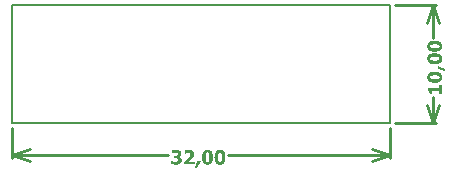
<source format=gm1>
G04*
G04 #@! TF.GenerationSoftware,Altium Limited,Altium Designer,19.1.8 (144)*
G04*
G04 Layer_Color=16711935*
%FSLAX25Y25*%
%MOIN*%
G70*
G01*
G75*
%ADD10C,0.01000*%
%ADD11C,0.00787*%
G36*
X141014Y27567D02*
X141086D01*
X141158Y27561D01*
X141328Y27548D01*
X141506Y27528D01*
X141696Y27502D01*
X141873Y27469D01*
X141879D01*
X141893Y27462D01*
X141919Y27456D01*
X141952Y27449D01*
X141991Y27443D01*
X142037Y27430D01*
X142142Y27390D01*
X142260Y27351D01*
X142391Y27292D01*
X142516Y27233D01*
X142640Y27154D01*
X142647D01*
X142654Y27147D01*
X142693Y27115D01*
X142745Y27069D01*
X142811Y27003D01*
X142890Y26924D01*
X142968Y26826D01*
X143041Y26715D01*
X143106Y26590D01*
Y26583D01*
X143113Y26577D01*
X143119Y26557D01*
X143132Y26531D01*
X143146Y26498D01*
X143159Y26459D01*
X143185Y26354D01*
X143211Y26236D01*
X143237Y26091D01*
X143257Y25927D01*
X143264Y25744D01*
Y25658D01*
X143257Y25619D01*
Y25567D01*
X143244Y25448D01*
X143224Y25317D01*
X143198Y25179D01*
X143159Y25035D01*
X143106Y24897D01*
Y24891D01*
X143100Y24884D01*
X143087Y24865D01*
X143073Y24838D01*
X143041Y24779D01*
X142988Y24694D01*
X142922Y24609D01*
X142837Y24510D01*
X142745Y24419D01*
X142634Y24333D01*
X142627D01*
X142621Y24327D01*
X142601Y24314D01*
X142581Y24300D01*
X142509Y24261D01*
X142424Y24215D01*
X142312Y24163D01*
X142181Y24110D01*
X142030Y24058D01*
X141866Y24018D01*
X141860D01*
X141847Y24012D01*
X141820D01*
X141788Y24005D01*
X141742Y23999D01*
X141689Y23986D01*
X141630Y23979D01*
X141558Y23972D01*
X141486Y23959D01*
X141401Y23953D01*
X141224Y23933D01*
X141020Y23926D01*
X140797Y23920D01*
X140790D01*
X140771D01*
X140738D01*
X140692D01*
X140640D01*
X140574Y23926D01*
X140502D01*
X140423Y23933D01*
X140259Y23940D01*
X140076Y23959D01*
X139898Y23979D01*
X139721Y24012D01*
X139715D01*
X139702Y24018D01*
X139675Y24025D01*
X139649Y24031D01*
X139610Y24045D01*
X139564Y24058D01*
X139459Y24091D01*
X139341Y24136D01*
X139210Y24189D01*
X139078Y24261D01*
X138954Y24340D01*
X138947D01*
X138941Y24353D01*
X138901Y24379D01*
X138849Y24432D01*
X138777Y24497D01*
X138698Y24576D01*
X138619Y24674D01*
X138547Y24786D01*
X138481Y24911D01*
Y24917D01*
X138475Y24924D01*
X138468Y24943D01*
X138455Y24970D01*
X138442Y25009D01*
X138429Y25048D01*
X138403Y25147D01*
X138376Y25265D01*
X138350Y25409D01*
X138330Y25567D01*
X138324Y25744D01*
Y25829D01*
X138330Y25875D01*
Y25921D01*
X138344Y26045D01*
X138363Y26177D01*
X138396Y26321D01*
X138435Y26465D01*
X138488Y26596D01*
Y26603D01*
X138495Y26610D01*
X138508Y26629D01*
X138521Y26655D01*
X138554Y26715D01*
X138606Y26793D01*
X138678Y26885D01*
X138757Y26977D01*
X138855Y27075D01*
X138967Y27161D01*
X138973D01*
X138980Y27167D01*
X139000Y27180D01*
X139026Y27193D01*
X139092Y27233D01*
X139183Y27279D01*
X139295Y27331D01*
X139426Y27384D01*
X139577Y27436D01*
X139741Y27475D01*
X139748D01*
X139761Y27482D01*
X139787D01*
X139820Y27489D01*
X139866Y27502D01*
X139918Y27508D01*
X139977Y27515D01*
X140043Y27528D01*
X140121Y27534D01*
X140200Y27541D01*
X140377Y27561D01*
X140581Y27567D01*
X140797Y27574D01*
X140804D01*
X140823D01*
X140856D01*
X140902D01*
X140954D01*
X141014Y27567D01*
D02*
G37*
G36*
Y23415D02*
X141086D01*
X141158Y23408D01*
X141328Y23395D01*
X141506Y23375D01*
X141696Y23349D01*
X141873Y23316D01*
X141879D01*
X141893Y23310D01*
X141919Y23303D01*
X141952Y23297D01*
X141991Y23290D01*
X142037Y23277D01*
X142142Y23238D01*
X142260Y23198D01*
X142391Y23139D01*
X142516Y23080D01*
X142640Y23001D01*
X142647D01*
X142654Y22995D01*
X142693Y22962D01*
X142745Y22916D01*
X142811Y22851D01*
X142890Y22772D01*
X142968Y22673D01*
X143041Y22562D01*
X143106Y22437D01*
Y22431D01*
X143113Y22424D01*
X143119Y22405D01*
X143132Y22378D01*
X143146Y22345D01*
X143159Y22306D01*
X143185Y22201D01*
X143211Y22083D01*
X143237Y21939D01*
X143257Y21775D01*
X143264Y21591D01*
Y21506D01*
X143257Y21466D01*
Y21414D01*
X143244Y21296D01*
X143224Y21165D01*
X143198Y21027D01*
X143159Y20883D01*
X143106Y20745D01*
Y20738D01*
X143100Y20732D01*
X143087Y20712D01*
X143073Y20686D01*
X143041Y20627D01*
X142988Y20541D01*
X142922Y20456D01*
X142837Y20358D01*
X142745Y20266D01*
X142634Y20181D01*
X142627D01*
X142621Y20174D01*
X142601Y20161D01*
X142581Y20148D01*
X142509Y20109D01*
X142424Y20063D01*
X142312Y20010D01*
X142181Y19958D01*
X142030Y19905D01*
X141866Y19866D01*
X141860D01*
X141847Y19859D01*
X141820D01*
X141788Y19853D01*
X141742Y19846D01*
X141689Y19833D01*
X141630Y19827D01*
X141558Y19820D01*
X141486Y19807D01*
X141401Y19800D01*
X141224Y19781D01*
X141020Y19774D01*
X140797Y19767D01*
X140790D01*
X140771D01*
X140738D01*
X140692D01*
X140640D01*
X140574Y19774D01*
X140502D01*
X140423Y19781D01*
X140259Y19787D01*
X140076Y19807D01*
X139898Y19827D01*
X139721Y19859D01*
X139715D01*
X139702Y19866D01*
X139675Y19872D01*
X139649Y19879D01*
X139610Y19892D01*
X139564Y19905D01*
X139459Y19938D01*
X139341Y19984D01*
X139210Y20036D01*
X139078Y20109D01*
X138954Y20187D01*
X138947D01*
X138941Y20200D01*
X138901Y20227D01*
X138849Y20279D01*
X138777Y20345D01*
X138698Y20423D01*
X138619Y20522D01*
X138547Y20633D01*
X138481Y20758D01*
Y20765D01*
X138475Y20771D01*
X138468Y20791D01*
X138455Y20817D01*
X138442Y20856D01*
X138429Y20896D01*
X138403Y20994D01*
X138376Y21112D01*
X138350Y21257D01*
X138330Y21414D01*
X138324Y21591D01*
Y21676D01*
X138330Y21722D01*
Y21768D01*
X138344Y21893D01*
X138363Y22024D01*
X138396Y22168D01*
X138435Y22313D01*
X138488Y22444D01*
Y22451D01*
X138495Y22457D01*
X138508Y22477D01*
X138521Y22503D01*
X138554Y22562D01*
X138606Y22641D01*
X138678Y22733D01*
X138757Y22824D01*
X138855Y22923D01*
X138967Y23008D01*
X138973D01*
X138980Y23015D01*
X139000Y23028D01*
X139026Y23041D01*
X139092Y23080D01*
X139183Y23126D01*
X139295Y23179D01*
X139426Y23231D01*
X139577Y23284D01*
X139741Y23323D01*
X139748D01*
X139761Y23329D01*
X139787D01*
X139820Y23336D01*
X139866Y23349D01*
X139918Y23356D01*
X139977Y23362D01*
X140043Y23375D01*
X140121Y23382D01*
X140200Y23389D01*
X140377Y23408D01*
X140581Y23415D01*
X140797Y23421D01*
X140804D01*
X140823D01*
X140856D01*
X140902D01*
X140954D01*
X141014Y23415D01*
D02*
G37*
G36*
X144340Y18141D02*
Y17465D01*
X141912Y18088D01*
Y19256D01*
X144340Y18141D01*
D02*
G37*
G36*
X141014Y17222D02*
X141086D01*
X141158Y17216D01*
X141328Y17202D01*
X141506Y17183D01*
X141696Y17157D01*
X141873Y17124D01*
X141879D01*
X141893Y17117D01*
X141919Y17111D01*
X141952Y17104D01*
X141991Y17097D01*
X142037Y17084D01*
X142142Y17045D01*
X142260Y17006D01*
X142391Y16947D01*
X142516Y16888D01*
X142640Y16809D01*
X142647D01*
X142654Y16802D01*
X142693Y16770D01*
X142745Y16724D01*
X142811Y16658D01*
X142890Y16579D01*
X142968Y16481D01*
X143041Y16369D01*
X143106Y16245D01*
Y16238D01*
X143113Y16232D01*
X143119Y16212D01*
X143132Y16186D01*
X143146Y16153D01*
X143159Y16114D01*
X143185Y16009D01*
X143211Y15890D01*
X143237Y15746D01*
X143257Y15582D01*
X143264Y15398D01*
Y15313D01*
X143257Y15274D01*
Y15221D01*
X143244Y15103D01*
X143224Y14972D01*
X143198Y14834D01*
X143159Y14690D01*
X143106Y14552D01*
Y14546D01*
X143100Y14539D01*
X143087Y14519D01*
X143073Y14493D01*
X143041Y14434D01*
X142988Y14349D01*
X142922Y14264D01*
X142837Y14165D01*
X142745Y14073D01*
X142634Y13988D01*
X142627D01*
X142621Y13982D01*
X142601Y13968D01*
X142581Y13955D01*
X142509Y13916D01*
X142424Y13870D01*
X142312Y13817D01*
X142181Y13765D01*
X142030Y13713D01*
X141866Y13673D01*
X141860D01*
X141847Y13667D01*
X141820D01*
X141788Y13660D01*
X141742Y13654D01*
X141689Y13640D01*
X141630Y13634D01*
X141558Y13627D01*
X141486Y13614D01*
X141401Y13608D01*
X141224Y13588D01*
X141020Y13581D01*
X140797Y13575D01*
X140790D01*
X140771D01*
X140738D01*
X140692D01*
X140640D01*
X140574Y13581D01*
X140502D01*
X140423Y13588D01*
X140259Y13595D01*
X140076Y13614D01*
X139898Y13634D01*
X139721Y13667D01*
X139715D01*
X139702Y13673D01*
X139675Y13680D01*
X139649Y13686D01*
X139610Y13699D01*
X139564Y13713D01*
X139459Y13745D01*
X139341Y13791D01*
X139210Y13844D01*
X139078Y13916D01*
X138954Y13995D01*
X138947D01*
X138941Y14008D01*
X138901Y14034D01*
X138849Y14086D01*
X138777Y14152D01*
X138698Y14231D01*
X138619Y14329D01*
X138547Y14441D01*
X138481Y14565D01*
Y14572D01*
X138475Y14579D01*
X138468Y14598D01*
X138455Y14624D01*
X138442Y14664D01*
X138429Y14703D01*
X138403Y14802D01*
X138376Y14920D01*
X138350Y15064D01*
X138330Y15221D01*
X138324Y15398D01*
Y15484D01*
X138330Y15530D01*
Y15576D01*
X138344Y15700D01*
X138363Y15831D01*
X138396Y15976D01*
X138435Y16120D01*
X138488Y16251D01*
Y16258D01*
X138495Y16264D01*
X138508Y16284D01*
X138521Y16310D01*
X138554Y16369D01*
X138606Y16448D01*
X138678Y16540D01*
X138757Y16632D01*
X138855Y16730D01*
X138967Y16815D01*
X138973D01*
X138980Y16822D01*
X139000Y16835D01*
X139026Y16848D01*
X139092Y16888D01*
X139183Y16933D01*
X139295Y16986D01*
X139426Y17039D01*
X139577Y17091D01*
X139741Y17130D01*
X139748D01*
X139761Y17137D01*
X139787D01*
X139820Y17143D01*
X139866Y17157D01*
X139918Y17163D01*
X139977Y17170D01*
X140043Y17183D01*
X140121Y17189D01*
X140200Y17196D01*
X140377Y17216D01*
X140581Y17222D01*
X140797Y17229D01*
X140804D01*
X140823D01*
X140856D01*
X140902D01*
X140954D01*
X141014Y17222D01*
D02*
G37*
G36*
X143165Y9796D02*
X142339D01*
Y10793D01*
X139833D01*
Y9796D01*
X139059D01*
Y9875D01*
X139052Y9934D01*
Y10000D01*
X139046Y10072D01*
X139032Y10229D01*
Y10236D01*
X139026Y10269D01*
X139019Y10308D01*
X139013Y10354D01*
X138980Y10465D01*
X138960Y10524D01*
X138941Y10577D01*
X138934Y10583D01*
X138927Y10603D01*
X138908Y10629D01*
X138888Y10662D01*
X138822Y10741D01*
X138737Y10813D01*
X138731Y10820D01*
X138711Y10826D01*
X138685Y10839D01*
X138645Y10859D01*
X138600Y10872D01*
X138540Y10885D01*
X138481Y10898D01*
X138409Y10905D01*
Y11948D01*
X142339D01*
Y12925D01*
X143165D01*
Y9796D01*
D02*
G37*
G36*
X54747Y-8803D02*
X54845D01*
X54963Y-8816D01*
X55088Y-8829D01*
X55212Y-8849D01*
X55330Y-8875D01*
X55344D01*
X55383Y-8888D01*
X55442Y-8908D01*
X55514Y-8928D01*
X55593Y-8960D01*
X55685Y-8993D01*
X55777Y-9039D01*
X55862Y-9085D01*
X55875Y-9092D01*
X55901Y-9111D01*
X55947Y-9144D01*
X55999Y-9190D01*
X56059Y-9243D01*
X56118Y-9308D01*
X56177Y-9380D01*
X56223Y-9465D01*
X56229Y-9479D01*
X56242Y-9505D01*
X56262Y-9551D01*
X56288Y-9616D01*
X56308Y-9695D01*
X56327Y-9780D01*
X56341Y-9879D01*
X56347Y-9984D01*
Y-9990D01*
Y-10003D01*
Y-10023D01*
X56341Y-10049D01*
X56334Y-10128D01*
X56321Y-10227D01*
X56288Y-10338D01*
X56249Y-10456D01*
X56190Y-10574D01*
X56111Y-10692D01*
X56098Y-10705D01*
X56072Y-10738D01*
X56019Y-10791D01*
X55947Y-10856D01*
X55855Y-10922D01*
X55750Y-10987D01*
X55632Y-11040D01*
X55494Y-11086D01*
Y-11132D01*
X55501D01*
X55521Y-11138D01*
X55560Y-11145D01*
X55599Y-11151D01*
X55652Y-11165D01*
X55704Y-11178D01*
X55822Y-11217D01*
X55829D01*
X55849Y-11230D01*
X55882Y-11243D01*
X55921Y-11263D01*
X55973Y-11289D01*
X56026Y-11322D01*
X56078Y-11368D01*
X56137Y-11414D01*
X56144Y-11420D01*
X56164Y-11434D01*
X56190Y-11466D01*
X56223Y-11499D01*
X56255Y-11545D01*
X56301Y-11604D01*
X56334Y-11663D01*
X56374Y-11735D01*
X56380Y-11742D01*
X56387Y-11768D01*
X56406Y-11814D01*
X56426Y-11867D01*
X56439Y-11932D01*
X56459Y-12017D01*
X56465Y-12103D01*
X56472Y-12201D01*
Y-12208D01*
Y-12214D01*
Y-12234D01*
Y-12260D01*
X56465Y-12326D01*
X56459Y-12411D01*
X56439Y-12509D01*
X56419Y-12614D01*
X56387Y-12726D01*
X56341Y-12837D01*
X56334Y-12851D01*
X56314Y-12883D01*
X56288Y-12936D01*
X56242Y-13008D01*
X56190Y-13080D01*
X56124Y-13165D01*
X56046Y-13244D01*
X55960Y-13323D01*
X55947Y-13329D01*
X55914Y-13356D01*
X55862Y-13395D01*
X55796Y-13434D01*
X55704Y-13487D01*
X55606Y-13539D01*
X55494Y-13585D01*
X55370Y-13631D01*
X55363D01*
X55357Y-13638D01*
X55337D01*
X55311Y-13644D01*
X55278Y-13657D01*
X55239Y-13664D01*
X55140Y-13684D01*
X55022Y-13703D01*
X54884Y-13716D01*
X54727Y-13729D01*
X54550Y-13736D01*
X54405D01*
X54353Y-13729D01*
X54287D01*
X54222Y-13723D01*
X54071Y-13716D01*
X53913Y-13697D01*
X53750Y-13677D01*
X53592Y-13644D01*
X53585D01*
X53572Y-13638D01*
X53553D01*
X53526Y-13631D01*
X53454Y-13611D01*
X53362Y-13585D01*
X53264Y-13552D01*
X53159Y-13520D01*
X53054Y-13480D01*
X52956Y-13441D01*
Y-12411D01*
X53067D01*
X53080Y-12417D01*
X53113Y-12437D01*
X53166Y-12470D01*
X53244Y-12509D01*
X53330Y-12555D01*
X53435Y-12608D01*
X53553Y-12660D01*
X53677Y-12706D01*
X53684D01*
X53690Y-12713D01*
X53710Y-12719D01*
X53736Y-12726D01*
X53802Y-12745D01*
X53894Y-12765D01*
X53992Y-12785D01*
X54097Y-12805D01*
X54209Y-12818D01*
X54320Y-12824D01*
X54386D01*
X54432Y-12818D01*
X54491D01*
X54550Y-12811D01*
X54694Y-12798D01*
X54701D01*
X54727Y-12791D01*
X54766Y-12785D01*
X54812Y-12765D01*
X54924Y-12726D01*
X54983Y-12693D01*
X55035Y-12660D01*
X55042Y-12654D01*
X55055Y-12647D01*
X55075Y-12627D01*
X55101Y-12608D01*
X55160Y-12542D01*
X55212Y-12463D01*
Y-12457D01*
X55225Y-12444D01*
X55232Y-12417D01*
X55245Y-12378D01*
X55258Y-12332D01*
X55265Y-12273D01*
X55278Y-12208D01*
Y-12129D01*
Y-12122D01*
Y-12096D01*
X55271Y-12057D01*
X55265Y-12011D01*
X55252Y-11958D01*
X55239Y-11906D01*
X55212Y-11853D01*
X55180Y-11807D01*
X55173Y-11801D01*
X55160Y-11788D01*
X55140Y-11768D01*
X55114Y-11742D01*
X55081Y-11716D01*
X55042Y-11683D01*
X54937Y-11637D01*
X54930D01*
X54911Y-11630D01*
X54878Y-11617D01*
X54832Y-11604D01*
X54779Y-11597D01*
X54720Y-11584D01*
X54648Y-11578D01*
X54570Y-11571D01*
X54491D01*
X54445Y-11565D01*
X53992D01*
Y-10738D01*
X54307D01*
X54366Y-10732D01*
X54432D01*
X54570Y-10725D01*
X54576D01*
X54602Y-10718D01*
X54635D01*
X54674Y-10705D01*
X54779Y-10686D01*
X54878Y-10646D01*
X54884D01*
X54897Y-10633D01*
X54924Y-10620D01*
X54950Y-10600D01*
X55022Y-10554D01*
X55081Y-10482D01*
X55088Y-10476D01*
X55094Y-10463D01*
X55107Y-10436D01*
X55120Y-10404D01*
X55134Y-10358D01*
X55140Y-10305D01*
X55153Y-10246D01*
Y-10181D01*
Y-10174D01*
Y-10154D01*
X55147Y-10135D01*
Y-10102D01*
X55120Y-10023D01*
X55107Y-9984D01*
X55081Y-9951D01*
Y-9944D01*
X55068Y-9938D01*
X55035Y-9899D01*
X54983Y-9853D01*
X54917Y-9807D01*
X54911D01*
X54897Y-9800D01*
X54871Y-9787D01*
X54845Y-9774D01*
X54806Y-9761D01*
X54760Y-9748D01*
X54648Y-9728D01*
X54642D01*
X54622Y-9721D01*
X54596D01*
X54563Y-9715D01*
X54478Y-9708D01*
X54327D01*
X54281Y-9715D01*
X54228Y-9721D01*
X54163Y-9728D01*
X54032Y-9754D01*
X54025D01*
X53999Y-9761D01*
X53966Y-9767D01*
X53920Y-9780D01*
X53868Y-9800D01*
X53808Y-9813D01*
X53684Y-9859D01*
X53677D01*
X53664Y-9866D01*
X53631Y-9879D01*
X53599Y-9892D01*
X53559Y-9912D01*
X53507Y-9938D01*
X53402Y-9990D01*
X53395D01*
X53376Y-10003D01*
X53356Y-10017D01*
X53323Y-10036D01*
X53251Y-10076D01*
X53218Y-10089D01*
X53192Y-10108D01*
X53093D01*
Y-9098D01*
X53107Y-9092D01*
X53139Y-9078D01*
X53192Y-9059D01*
X53264Y-9033D01*
X53362Y-9000D01*
X53474Y-8967D01*
X53605Y-8934D01*
X53750Y-8895D01*
X53756D01*
X53769Y-8888D01*
X53789D01*
X53822Y-8882D01*
X53861Y-8869D01*
X53900Y-8862D01*
X54012Y-8842D01*
X54137Y-8829D01*
X54281Y-8810D01*
X54438Y-8803D01*
X54596Y-8796D01*
X54707D01*
X54747Y-8803D01*
D02*
G37*
G36*
X58958D02*
X59030Y-8810D01*
X59109Y-8816D01*
X59201Y-8829D01*
X59299Y-8842D01*
X59503Y-8888D01*
X59614Y-8921D01*
X59719Y-8954D01*
X59824Y-9000D01*
X59922Y-9052D01*
X60014Y-9111D01*
X60100Y-9177D01*
X60106Y-9183D01*
X60119Y-9197D01*
X60139Y-9216D01*
X60172Y-9243D01*
X60204Y-9282D01*
X60237Y-9328D01*
X60277Y-9387D01*
X60323Y-9446D01*
X60362Y-9518D01*
X60401Y-9597D01*
X60434Y-9689D01*
X60474Y-9780D01*
X60500Y-9879D01*
X60519Y-9990D01*
X60532Y-10108D01*
X60539Y-10233D01*
Y-10240D01*
Y-10253D01*
Y-10272D01*
Y-10305D01*
X60532Y-10345D01*
X60526Y-10390D01*
X60513Y-10495D01*
X60487Y-10627D01*
X60454Y-10764D01*
X60401Y-10915D01*
X60336Y-11066D01*
Y-11073D01*
X60329Y-11086D01*
X60316Y-11106D01*
X60296Y-11138D01*
X60277Y-11171D01*
X60250Y-11217D01*
X60178Y-11322D01*
X60086Y-11453D01*
X59975Y-11597D01*
X59837Y-11755D01*
X59680Y-11925D01*
X59667Y-11939D01*
X59634Y-11971D01*
X59575Y-12031D01*
X59503Y-12096D01*
X59417Y-12175D01*
X59325Y-12260D01*
X59122Y-12437D01*
X59109Y-12444D01*
X59076Y-12470D01*
X59030Y-12509D01*
X58971Y-12555D01*
X58840Y-12660D01*
X58781Y-12706D01*
X58728Y-12745D01*
X60749D01*
Y-13638D01*
X57259D01*
Y-12870D01*
X57266Y-12864D01*
X57279Y-12857D01*
X57305Y-12837D01*
X57331Y-12811D01*
X57371Y-12778D01*
X57416Y-12739D01*
X57521Y-12654D01*
X57646Y-12555D01*
X57777Y-12444D01*
X57915Y-12326D01*
X58053Y-12208D01*
X58059Y-12201D01*
X58066Y-12195D01*
X58086Y-12175D01*
X58112Y-12155D01*
X58178Y-12096D01*
X58263Y-12017D01*
X58361Y-11925D01*
X58466Y-11821D01*
X58571Y-11716D01*
X58676Y-11611D01*
X58683Y-11604D01*
X58689Y-11591D01*
X58709Y-11578D01*
X58735Y-11552D01*
X58794Y-11479D01*
X58873Y-11394D01*
X58951Y-11289D01*
X59037Y-11184D01*
X59115Y-11073D01*
X59181Y-10968D01*
X59188Y-10955D01*
X59207Y-10922D01*
X59234Y-10863D01*
X59260Y-10791D01*
X59286Y-10705D01*
X59312Y-10614D01*
X59332Y-10509D01*
X59339Y-10397D01*
Y-10390D01*
Y-10384D01*
Y-10345D01*
X59325Y-10279D01*
X59312Y-10207D01*
X59286Y-10128D01*
X59253Y-10043D01*
X59201Y-9957D01*
X59135Y-9885D01*
X59129Y-9879D01*
X59102Y-9859D01*
X59057Y-9826D01*
X58991Y-9793D01*
X58912Y-9767D01*
X58820Y-9735D01*
X58709Y-9715D01*
X58584Y-9708D01*
X58519D01*
X58473Y-9715D01*
X58420Y-9721D01*
X58368Y-9728D01*
X58243Y-9754D01*
X58236D01*
X58217Y-9761D01*
X58184Y-9774D01*
X58138Y-9787D01*
X58092Y-9800D01*
X58033Y-9826D01*
X57915Y-9872D01*
X57908D01*
X57889Y-9885D01*
X57856Y-9899D01*
X57817Y-9918D01*
X57725Y-9964D01*
X57633Y-10023D01*
X57626D01*
X57613Y-10036D01*
X57574Y-10063D01*
X57515Y-10095D01*
X57469Y-10128D01*
X57377D01*
Y-9098D01*
X57384Y-9092D01*
X57416Y-9078D01*
X57462Y-9059D01*
X57528Y-9039D01*
X57613Y-9006D01*
X57725Y-8974D01*
X57850Y-8941D01*
X58000Y-8901D01*
X58007D01*
X58020Y-8895D01*
X58040Y-8888D01*
X58073Y-8882D01*
X58112Y-8875D01*
X58158Y-8869D01*
X58263Y-8849D01*
X58387Y-8829D01*
X58525Y-8810D01*
X58670Y-8803D01*
X58820Y-8796D01*
X58899D01*
X58958Y-8803D01*
D02*
G37*
G36*
X69330D02*
X69375D01*
X69500Y-8816D01*
X69631Y-8836D01*
X69775Y-8869D01*
X69920Y-8908D01*
X70051Y-8960D01*
X70058D01*
X70064Y-8967D01*
X70084Y-8980D01*
X70110Y-8993D01*
X70169Y-9026D01*
X70248Y-9078D01*
X70340Y-9151D01*
X70432Y-9229D01*
X70530Y-9328D01*
X70615Y-9439D01*
Y-9446D01*
X70622Y-9452D01*
X70635Y-9472D01*
X70648Y-9498D01*
X70687Y-9564D01*
X70733Y-9656D01*
X70786Y-9767D01*
X70838Y-9899D01*
X70891Y-10049D01*
X70930Y-10213D01*
Y-10220D01*
X70937Y-10233D01*
Y-10259D01*
X70943Y-10292D01*
X70956Y-10338D01*
X70963Y-10390D01*
X70969Y-10449D01*
X70983Y-10515D01*
X70989Y-10594D01*
X70996Y-10673D01*
X71015Y-10850D01*
X71022Y-11053D01*
X71029Y-11270D01*
Y-11276D01*
Y-11296D01*
Y-11329D01*
Y-11374D01*
Y-11427D01*
X71022Y-11486D01*
Y-11558D01*
X71015Y-11630D01*
X71002Y-11801D01*
X70983Y-11978D01*
X70956Y-12168D01*
X70924Y-12345D01*
Y-12352D01*
X70917Y-12365D01*
X70910Y-12391D01*
X70904Y-12424D01*
X70897Y-12463D01*
X70884Y-12509D01*
X70845Y-12614D01*
X70806Y-12732D01*
X70746Y-12864D01*
X70687Y-12988D01*
X70609Y-13113D01*
Y-13119D01*
X70602Y-13126D01*
X70569Y-13165D01*
X70523Y-13218D01*
X70458Y-13283D01*
X70379Y-13362D01*
X70281Y-13441D01*
X70169Y-13513D01*
X70044Y-13579D01*
X70038D01*
X70031Y-13585D01*
X70012Y-13592D01*
X69986Y-13605D01*
X69953Y-13618D01*
X69913Y-13631D01*
X69808Y-13657D01*
X69690Y-13684D01*
X69546Y-13710D01*
X69382Y-13729D01*
X69198Y-13736D01*
X69113D01*
X69074Y-13729D01*
X69021D01*
X68903Y-13716D01*
X68772Y-13697D01*
X68634Y-13670D01*
X68490Y-13631D01*
X68352Y-13579D01*
X68345D01*
X68339Y-13572D01*
X68319Y-13559D01*
X68293Y-13546D01*
X68234Y-13513D01*
X68149Y-13461D01*
X68063Y-13395D01*
X67965Y-13310D01*
X67873Y-13218D01*
X67788Y-13106D01*
Y-13100D01*
X67781Y-13093D01*
X67768Y-13073D01*
X67755Y-13054D01*
X67716Y-12982D01*
X67670Y-12896D01*
X67617Y-12785D01*
X67565Y-12654D01*
X67512Y-12503D01*
X67473Y-12339D01*
Y-12332D01*
X67466Y-12319D01*
Y-12293D01*
X67460Y-12260D01*
X67453Y-12214D01*
X67440Y-12162D01*
X67434Y-12103D01*
X67427Y-12031D01*
X67414Y-11958D01*
X67407Y-11873D01*
X67388Y-11696D01*
X67381Y-11493D01*
X67375Y-11270D01*
Y-11263D01*
Y-11243D01*
Y-11210D01*
Y-11165D01*
Y-11112D01*
X67381Y-11046D01*
Y-10974D01*
X67388Y-10896D01*
X67394Y-10732D01*
X67414Y-10548D01*
X67434Y-10371D01*
X67466Y-10194D01*
Y-10187D01*
X67473Y-10174D01*
X67479Y-10148D01*
X67486Y-10121D01*
X67499Y-10082D01*
X67512Y-10036D01*
X67545Y-9931D01*
X67591Y-9813D01*
X67644Y-9682D01*
X67716Y-9551D01*
X67794Y-9426D01*
Y-9420D01*
X67808Y-9413D01*
X67834Y-9374D01*
X67886Y-9321D01*
X67952Y-9249D01*
X68031Y-9170D01*
X68129Y-9092D01*
X68240Y-9019D01*
X68365Y-8954D01*
X68372D01*
X68378Y-8947D01*
X68398Y-8941D01*
X68424Y-8928D01*
X68463Y-8914D01*
X68503Y-8901D01*
X68601Y-8875D01*
X68719Y-8849D01*
X68864Y-8823D01*
X69021Y-8803D01*
X69198Y-8796D01*
X69284D01*
X69330Y-8803D01*
D02*
G37*
G36*
X65177D02*
X65223D01*
X65348Y-8816D01*
X65479Y-8836D01*
X65623Y-8869D01*
X65767Y-8908D01*
X65899Y-8960D01*
X65905D01*
X65912Y-8967D01*
X65931Y-8980D01*
X65958Y-8993D01*
X66017Y-9026D01*
X66095Y-9078D01*
X66187Y-9151D01*
X66279Y-9229D01*
X66378Y-9328D01*
X66463Y-9439D01*
Y-9446D01*
X66469Y-9452D01*
X66482Y-9472D01*
X66496Y-9498D01*
X66535Y-9564D01*
X66581Y-9656D01*
X66633Y-9767D01*
X66686Y-9899D01*
X66738Y-10049D01*
X66778Y-10213D01*
Y-10220D01*
X66784Y-10233D01*
Y-10259D01*
X66791Y-10292D01*
X66804Y-10338D01*
X66810Y-10390D01*
X66817Y-10449D01*
X66830Y-10515D01*
X66837Y-10594D01*
X66843Y-10673D01*
X66863Y-10850D01*
X66869Y-11053D01*
X66876Y-11270D01*
Y-11276D01*
Y-11296D01*
Y-11329D01*
Y-11374D01*
Y-11427D01*
X66869Y-11486D01*
Y-11558D01*
X66863Y-11630D01*
X66850Y-11801D01*
X66830Y-11978D01*
X66804Y-12168D01*
X66771Y-12345D01*
Y-12352D01*
X66764Y-12365D01*
X66758Y-12391D01*
X66751Y-12424D01*
X66745Y-12463D01*
X66732Y-12509D01*
X66692Y-12614D01*
X66653Y-12732D01*
X66594Y-12864D01*
X66535Y-12988D01*
X66456Y-13113D01*
Y-13119D01*
X66450Y-13126D01*
X66417Y-13165D01*
X66371Y-13218D01*
X66305Y-13283D01*
X66227Y-13362D01*
X66128Y-13441D01*
X66017Y-13513D01*
X65892Y-13579D01*
X65886D01*
X65879Y-13585D01*
X65859Y-13592D01*
X65833Y-13605D01*
X65800Y-13618D01*
X65761Y-13631D01*
X65656Y-13657D01*
X65538Y-13684D01*
X65394Y-13710D01*
X65229Y-13729D01*
X65046Y-13736D01*
X64960D01*
X64921Y-13729D01*
X64869D01*
X64751Y-13716D01*
X64619Y-13697D01*
X64482Y-13670D01*
X64337Y-13631D01*
X64200Y-13579D01*
X64193D01*
X64186Y-13572D01*
X64167Y-13559D01*
X64140Y-13546D01*
X64082Y-13513D01*
X63996Y-13461D01*
X63911Y-13395D01*
X63813Y-13310D01*
X63721Y-13218D01*
X63635Y-13106D01*
Y-13100D01*
X63629Y-13093D01*
X63616Y-13073D01*
X63603Y-13054D01*
X63563Y-12982D01*
X63517Y-12896D01*
X63465Y-12785D01*
X63412Y-12654D01*
X63360Y-12503D01*
X63320Y-12339D01*
Y-12332D01*
X63314Y-12319D01*
Y-12293D01*
X63307Y-12260D01*
X63301Y-12214D01*
X63288Y-12162D01*
X63281Y-12103D01*
X63275Y-12031D01*
X63261Y-11958D01*
X63255Y-11873D01*
X63235Y-11696D01*
X63229Y-11493D01*
X63222Y-11270D01*
Y-11263D01*
Y-11243D01*
Y-11210D01*
Y-11165D01*
Y-11112D01*
X63229Y-11046D01*
Y-10974D01*
X63235Y-10896D01*
X63242Y-10732D01*
X63261Y-10548D01*
X63281Y-10371D01*
X63314Y-10194D01*
Y-10187D01*
X63320Y-10174D01*
X63327Y-10148D01*
X63334Y-10121D01*
X63347Y-10082D01*
X63360Y-10036D01*
X63393Y-9931D01*
X63439Y-9813D01*
X63491Y-9682D01*
X63563Y-9551D01*
X63642Y-9426D01*
Y-9420D01*
X63655Y-9413D01*
X63681Y-9374D01*
X63734Y-9321D01*
X63799Y-9249D01*
X63878Y-9170D01*
X63977Y-9092D01*
X64088Y-9019D01*
X64213Y-8954D01*
X64219D01*
X64226Y-8947D01*
X64245Y-8941D01*
X64272Y-8928D01*
X64311Y-8914D01*
X64350Y-8901D01*
X64449Y-8875D01*
X64567Y-8849D01*
X64711Y-8823D01*
X64869Y-8803D01*
X65046Y-8796D01*
X65131D01*
X65177Y-8803D01*
D02*
G37*
G36*
X61595Y-14812D02*
X60920D01*
X61543Y-12385D01*
X62710D01*
X61595Y-14812D01*
D02*
G37*
%LPC*%
G36*
X140954Y26380D02*
X140797D01*
X140784D01*
X140758D01*
X140712D01*
X140653D01*
X140581Y26373D01*
X140495D01*
X140410Y26367D01*
X140312Y26360D01*
X140102Y26341D01*
X139898Y26314D01*
X139800Y26301D01*
X139715Y26281D01*
X139629Y26255D01*
X139557Y26229D01*
X139551D01*
X139544Y26223D01*
X139498Y26203D01*
X139446Y26163D01*
X139374Y26118D01*
X139308Y26045D01*
X139255Y25967D01*
X139210Y25862D01*
X139203Y25803D01*
X139196Y25744D01*
Y25730D01*
X139203Y25691D01*
X139216Y25626D01*
X139242Y25553D01*
X139282Y25475D01*
X139347Y25396D01*
X139387Y25357D01*
X139439Y25324D01*
X139492Y25284D01*
X139557Y25258D01*
X139564D01*
X139577Y25252D01*
X139597Y25245D01*
X139629Y25238D01*
X139669Y25225D01*
X139715Y25212D01*
X139774Y25199D01*
X139846Y25186D01*
X139925Y25173D01*
X140016Y25160D01*
X140115Y25147D01*
X140226Y25133D01*
X140351Y25127D01*
X140489Y25120D01*
X140640Y25114D01*
X140797D01*
X140804D01*
X140836D01*
X140882D01*
X140941D01*
X141007Y25120D01*
X141092D01*
X141184Y25127D01*
X141276Y25133D01*
X141479Y25147D01*
X141683Y25173D01*
X141781Y25193D01*
X141873Y25212D01*
X141958Y25232D01*
X142030Y25258D01*
X142037D01*
X142043Y25265D01*
X142089Y25284D01*
X142142Y25324D01*
X142208Y25376D01*
X142280Y25442D01*
X142332Y25527D01*
X142378Y25626D01*
X142385Y25685D01*
X142391Y25744D01*
Y25757D01*
X142385Y25803D01*
X142371Y25862D01*
X142345Y25934D01*
X142306Y26013D01*
X142240Y26091D01*
X142194Y26131D01*
X142148Y26170D01*
X142096Y26203D01*
X142030Y26229D01*
X142024D01*
X142011Y26236D01*
X141991Y26242D01*
X141958Y26255D01*
X141919Y26262D01*
X141873Y26275D01*
X141807Y26288D01*
X141742Y26308D01*
X141663Y26321D01*
X141571Y26334D01*
X141473Y26347D01*
X141355Y26354D01*
X141237Y26367D01*
X141099Y26373D01*
X140954Y26380D01*
D02*
G37*
G36*
Y22227D02*
X140797D01*
X140784D01*
X140758D01*
X140712D01*
X140653D01*
X140581Y22221D01*
X140495D01*
X140410Y22214D01*
X140312Y22208D01*
X140102Y22188D01*
X139898Y22162D01*
X139800Y22149D01*
X139715Y22129D01*
X139629Y22103D01*
X139557Y22077D01*
X139551D01*
X139544Y22070D01*
X139498Y22050D01*
X139446Y22011D01*
X139374Y21965D01*
X139308Y21893D01*
X139255Y21814D01*
X139210Y21709D01*
X139203Y21650D01*
X139196Y21591D01*
Y21578D01*
X139203Y21539D01*
X139216Y21473D01*
X139242Y21401D01*
X139282Y21322D01*
X139347Y21243D01*
X139387Y21204D01*
X139439Y21171D01*
X139492Y21132D01*
X139557Y21106D01*
X139564D01*
X139577Y21099D01*
X139597Y21093D01*
X139629Y21086D01*
X139669Y21073D01*
X139715Y21060D01*
X139774Y21047D01*
X139846Y21034D01*
X139925Y21020D01*
X140016Y21007D01*
X140115Y20994D01*
X140226Y20981D01*
X140351Y20975D01*
X140489Y20968D01*
X140640Y20961D01*
X140797D01*
X140804D01*
X140836D01*
X140882D01*
X140941D01*
X141007Y20968D01*
X141092D01*
X141184Y20975D01*
X141276Y20981D01*
X141479Y20994D01*
X141683Y21020D01*
X141781Y21040D01*
X141873Y21060D01*
X141958Y21079D01*
X142030Y21106D01*
X142037D01*
X142043Y21112D01*
X142089Y21132D01*
X142142Y21171D01*
X142208Y21224D01*
X142280Y21289D01*
X142332Y21375D01*
X142378Y21473D01*
X142385Y21532D01*
X142391Y21591D01*
Y21604D01*
X142385Y21650D01*
X142371Y21709D01*
X142345Y21781D01*
X142306Y21860D01*
X142240Y21939D01*
X142194Y21978D01*
X142148Y22017D01*
X142096Y22050D01*
X142030Y22077D01*
X142024D01*
X142011Y22083D01*
X141991Y22090D01*
X141958Y22103D01*
X141919Y22109D01*
X141873Y22122D01*
X141807Y22136D01*
X141742Y22155D01*
X141663Y22168D01*
X141571Y22182D01*
X141473Y22195D01*
X141355Y22201D01*
X141237Y22214D01*
X141099Y22221D01*
X140954Y22227D01*
D02*
G37*
G36*
Y16035D02*
X140797D01*
X140784D01*
X140758D01*
X140712D01*
X140653D01*
X140581Y16028D01*
X140495D01*
X140410Y16022D01*
X140312Y16015D01*
X140102Y15995D01*
X139898Y15969D01*
X139800Y15956D01*
X139715Y15936D01*
X139629Y15910D01*
X139557Y15884D01*
X139551D01*
X139544Y15877D01*
X139498Y15858D01*
X139446Y15818D01*
X139374Y15772D01*
X139308Y15700D01*
X139255Y15621D01*
X139210Y15517D01*
X139203Y15458D01*
X139196Y15398D01*
Y15385D01*
X139203Y15346D01*
X139216Y15280D01*
X139242Y15208D01*
X139282Y15130D01*
X139347Y15051D01*
X139387Y15011D01*
X139439Y14979D01*
X139492Y14939D01*
X139557Y14913D01*
X139564D01*
X139577Y14907D01*
X139597Y14900D01*
X139629Y14893D01*
X139669Y14880D01*
X139715Y14867D01*
X139774Y14854D01*
X139846Y14841D01*
X139925Y14828D01*
X140016Y14815D01*
X140115Y14802D01*
X140226Y14788D01*
X140351Y14782D01*
X140489Y14775D01*
X140640Y14769D01*
X140797D01*
X140804D01*
X140836D01*
X140882D01*
X140941D01*
X141007Y14775D01*
X141092D01*
X141184Y14782D01*
X141276Y14788D01*
X141479Y14802D01*
X141683Y14828D01*
X141781Y14847D01*
X141873Y14867D01*
X141958Y14887D01*
X142030Y14913D01*
X142037D01*
X142043Y14920D01*
X142089Y14939D01*
X142142Y14979D01*
X142208Y15031D01*
X142280Y15097D01*
X142332Y15182D01*
X142378Y15280D01*
X142385Y15339D01*
X142391Y15398D01*
Y15412D01*
X142385Y15458D01*
X142371Y15517D01*
X142345Y15589D01*
X142306Y15667D01*
X142240Y15746D01*
X142194Y15786D01*
X142148Y15825D01*
X142096Y15858D01*
X142030Y15884D01*
X142024D01*
X142011Y15890D01*
X141991Y15897D01*
X141958Y15910D01*
X141919Y15917D01*
X141873Y15930D01*
X141807Y15943D01*
X141742Y15963D01*
X141663Y15976D01*
X141571Y15989D01*
X141473Y16002D01*
X141355Y16009D01*
X141237Y16022D01*
X141099Y16028D01*
X140954Y16035D01*
D02*
G37*
G36*
X69198Y-9669D02*
X69185D01*
X69146Y-9675D01*
X69080Y-9689D01*
X69008Y-9715D01*
X68929Y-9754D01*
X68851Y-9820D01*
X68811Y-9859D01*
X68778Y-9912D01*
X68739Y-9964D01*
X68713Y-10030D01*
Y-10036D01*
X68706Y-10049D01*
X68700Y-10069D01*
X68693Y-10102D01*
X68680Y-10141D01*
X68667Y-10187D01*
X68654Y-10246D01*
X68641Y-10318D01*
X68628Y-10397D01*
X68614Y-10489D01*
X68601Y-10587D01*
X68588Y-10699D01*
X68582Y-10823D01*
X68575Y-10961D01*
X68568Y-11112D01*
Y-11270D01*
Y-11276D01*
Y-11309D01*
Y-11355D01*
Y-11414D01*
X68575Y-11479D01*
Y-11565D01*
X68582Y-11657D01*
X68588Y-11748D01*
X68601Y-11952D01*
X68628Y-12155D01*
X68647Y-12253D01*
X68667Y-12345D01*
X68687Y-12431D01*
X68713Y-12503D01*
Y-12509D01*
X68719Y-12516D01*
X68739Y-12562D01*
X68778Y-12614D01*
X68831Y-12680D01*
X68897Y-12752D01*
X68982Y-12805D01*
X69080Y-12851D01*
X69139Y-12857D01*
X69198Y-12864D01*
X69211D01*
X69257Y-12857D01*
X69316Y-12844D01*
X69389Y-12818D01*
X69467Y-12778D01*
X69546Y-12713D01*
X69585Y-12667D01*
X69625Y-12621D01*
X69657Y-12568D01*
X69684Y-12503D01*
Y-12496D01*
X69690Y-12483D01*
X69697Y-12463D01*
X69710Y-12431D01*
X69717Y-12391D01*
X69730Y-12345D01*
X69743Y-12280D01*
X69762Y-12214D01*
X69775Y-12135D01*
X69789Y-12044D01*
X69802Y-11945D01*
X69808Y-11827D01*
X69822Y-11709D01*
X69828Y-11571D01*
X69835Y-11427D01*
Y-11270D01*
Y-11256D01*
Y-11230D01*
Y-11184D01*
Y-11125D01*
X69828Y-11053D01*
Y-10968D01*
X69822Y-10882D01*
X69815Y-10784D01*
X69795Y-10574D01*
X69769Y-10371D01*
X69756Y-10272D01*
X69736Y-10187D01*
X69710Y-10102D01*
X69684Y-10030D01*
Y-10023D01*
X69677Y-10017D01*
X69657Y-9971D01*
X69618Y-9918D01*
X69572Y-9846D01*
X69500Y-9780D01*
X69421Y-9728D01*
X69316Y-9682D01*
X69257Y-9675D01*
X69198Y-9669D01*
D02*
G37*
G36*
X65046D02*
X65033D01*
X64993Y-9675D01*
X64928Y-9689D01*
X64856Y-9715D01*
X64777Y-9754D01*
X64698Y-9820D01*
X64659Y-9859D01*
X64626Y-9912D01*
X64587Y-9964D01*
X64560Y-10030D01*
Y-10036D01*
X64554Y-10049D01*
X64547Y-10069D01*
X64541Y-10102D01*
X64527Y-10141D01*
X64514Y-10187D01*
X64501Y-10246D01*
X64488Y-10318D01*
X64475Y-10397D01*
X64462Y-10489D01*
X64449Y-10587D01*
X64436Y-10699D01*
X64429Y-10823D01*
X64423Y-10961D01*
X64416Y-11112D01*
Y-11270D01*
Y-11276D01*
Y-11309D01*
Y-11355D01*
Y-11414D01*
X64423Y-11479D01*
Y-11565D01*
X64429Y-11657D01*
X64436Y-11748D01*
X64449Y-11952D01*
X64475Y-12155D01*
X64495Y-12253D01*
X64514Y-12345D01*
X64534Y-12431D01*
X64560Y-12503D01*
Y-12509D01*
X64567Y-12516D01*
X64587Y-12562D01*
X64626Y-12614D01*
X64678Y-12680D01*
X64744Y-12752D01*
X64829Y-12805D01*
X64928Y-12851D01*
X64987Y-12857D01*
X65046Y-12864D01*
X65059D01*
X65105Y-12857D01*
X65164Y-12844D01*
X65236Y-12818D01*
X65315Y-12778D01*
X65394Y-12713D01*
X65433Y-12667D01*
X65472Y-12621D01*
X65505Y-12568D01*
X65531Y-12503D01*
Y-12496D01*
X65538Y-12483D01*
X65544Y-12463D01*
X65557Y-12431D01*
X65564Y-12391D01*
X65577Y-12345D01*
X65590Y-12280D01*
X65610Y-12214D01*
X65623Y-12135D01*
X65636Y-12044D01*
X65649Y-11945D01*
X65656Y-11827D01*
X65669Y-11709D01*
X65675Y-11571D01*
X65682Y-11427D01*
Y-11270D01*
Y-11256D01*
Y-11230D01*
Y-11184D01*
Y-11125D01*
X65675Y-11053D01*
Y-10968D01*
X65669Y-10882D01*
X65662Y-10784D01*
X65643Y-10574D01*
X65617Y-10371D01*
X65603Y-10272D01*
X65584Y-10187D01*
X65557Y-10102D01*
X65531Y-10030D01*
Y-10023D01*
X65525Y-10017D01*
X65505Y-9971D01*
X65466Y-9918D01*
X65420Y-9846D01*
X65348Y-9780D01*
X65269Y-9728D01*
X65164Y-9682D01*
X65105Y-9675D01*
X65046Y-9669D01*
D02*
G37*
%LPD*%
D10*
X140157Y39370D02*
X142157Y33370D01*
X138157D02*
X140157Y39370D01*
X138157Y6000D02*
X140157Y0D01*
X142157Y6000D01*
X140157Y28574D02*
Y39370D01*
Y0D02*
Y8796D01*
X127378Y39370D02*
X141157D01*
X127378Y0D02*
X141157D01*
X-0Y-10630D02*
X6000Y-8630D01*
X-0Y-10630D02*
X6000Y-12630D01*
X119984D02*
X125984Y-10630D01*
X119984Y-8630D02*
X125984Y-10630D01*
X-0D02*
X51956D01*
X72028D02*
X125984D01*
X-0Y-11630D02*
Y-1394D01*
X125984Y-11630D02*
Y-1394D01*
D11*
X-0Y39370D02*
X125984D01*
Y0D02*
Y39370D01*
X-0Y0D02*
X125984D01*
X-0D02*
Y39370D01*
M02*

</source>
